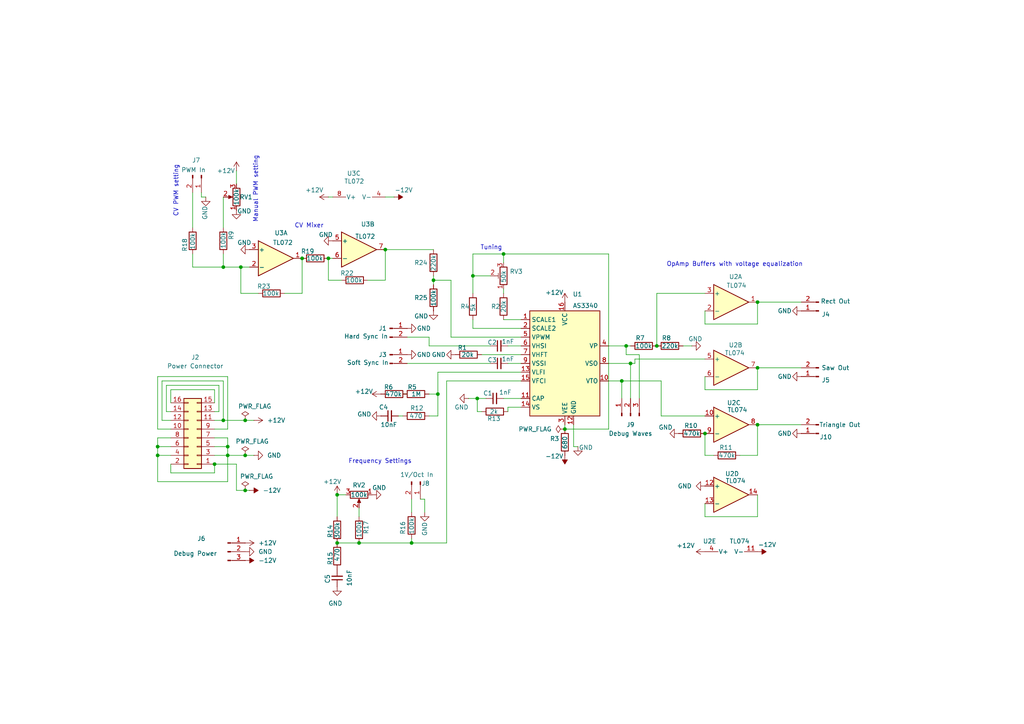
<source format=kicad_sch>
(kicad_sch (version 20231120) (generator "eeschema") (generator_version "8.0")
  (paper "A4")
  (title_block (title "Fusion Core VCO") (date "2024-03-08") (rev "1"))
  (lib_symbols
    (symbol "Amplifier_Operational:TL072" (pin_names (offset 0.127))
      (property "Reference" "U" (at 0 5.08 0))
      (property "Value" "TL072" (at 0 -5.08 0))
      (symbol "TL072_1_1"
        (polyline (pts (xy -5.08 5.08) (xy 5.08 0) (xy -5.08 -5.08) (xy -5.08 5.08)) (stroke (width 0.254)) (fill (type background)))
        (pin output line (at 7.62 0 180) (length 2.54) (name "~") (number "1"))
        (pin input line (at -7.62 -2.54 0) (length 2.54) (name "-") (number "2"))
        (pin input line (at -7.62 2.54 0) (length 2.54) (name "+") (number "3"))
      )
      (symbol "TL072_2_1"
        (polyline (pts (xy -5.08 5.08) (xy 5.08 0) (xy -5.08 -5.08) (xy -5.08 5.08)) (stroke (width 0.254)) (fill (type background)))
        (pin input line (at -7.62 2.54 0) (length 2.54) (name "+") (number "5"))
        (pin input line (at -7.62 -2.54 0) (length 2.54) (name "-") (number "6"))
        (pin output line (at 7.62 0 180) (length 2.54) (name "~") (number "7"))
      )
      (symbol "TL072_3_1"
        (pin power_in line (at -2.54 -7.62 90) (length 3.81) (name "V-") (number "4"))
        (pin power_in line (at -2.54 7.62 270) (length 3.81) (name "V+") (number "8"))
      )
    )
    (symbol "Amplifier_Operational:TL074" (pin_names (offset 0.127))
      (property "Reference" "U" (at 0 5.08 0))
      (property "Value" "TL074" (at 0 -5.08 0))
      (symbol "TL074_1_1"
        (polyline (pts (xy -5.08 5.08) (xy 5.08 0) (xy -5.08 -5.08) (xy -5.08 5.08)) (stroke (width 0.254)) (fill (type background)))
        (pin output line (at 7.62 0 180) (length 2.54) (name "~") (number "1"))
        (pin input line (at -7.62 -2.54 0) (length 2.54) (name "-") (number "2"))
        (pin input line (at -7.62 2.54 0) (length 2.54) (name "+") (number "3"))
      )
      (symbol "TL074_2_1"
        (polyline (pts (xy -5.08 5.08) (xy 5.08 0) (xy -5.08 -5.08) (xy -5.08 5.08)) (stroke (width 0.254)) (fill (type background)))
        (pin input line (at -7.62 2.54 0) (length 2.54) (name "+") (number "5"))
        (pin input line (at -7.62 -2.54 0) (length 2.54) (name "-") (number "6"))
        (pin output line (at 7.62 0 180) (length 2.54) (name "~") (number "7"))
      )
      (symbol "TL074_3_1"
        (polyline (pts (xy -5.08 5.08) (xy 5.08 0) (xy -5.08 -5.08) (xy -5.08 5.08)) (stroke (width 0.254)) (fill (type background)))
        (pin input line (at -7.62 2.54 0) (length 2.54) (name "+") (number "10"))
        (pin output line (at 7.62 0 180) (length 2.54) (name "~") (number "8"))
        (pin input line (at -7.62 -2.54 0) (length 2.54) (name "-") (number "9"))
      )
      (symbol "TL074_4_1"
        (polyline (pts (xy -5.08 5.08) (xy 5.08 0) (xy -5.08 -5.08) (xy -5.08 5.08)) (stroke (width 0.254)) (fill (type background)))
        (pin input line (at -7.62 2.54 0) (length 2.54) (name "+") (number "12"))
        (pin input line (at -7.62 -2.54 0) (length 2.54) (name "-") (number "13"))
        (pin output line (at 7.62 0 180) (length 2.54) (name "~") (number "14"))
      )
      (symbol "TL074_5_1"
        (pin power_in line (at -2.54 -7.62 90) (length 3.81) (name "V-") (number "11"))
        (pin power_in line (at -2.54 7.62 270) (length 3.81) (name "V+") (number "4"))
      )
    )
    (symbol "Audio:AS3340"
      (property "Reference" "U" (at -5.08 17.78 0))
      (property "Value" "AS3340" (at 5.08 17.78 0))
      (symbol "AS3340_0_1"
        (rectangle (start -10.16 15.24) (end 10.16 -15.24) (stroke (width 0.254)) (fill (type background)))
      )
      (symbol "AS3340_1_1"
        (pin input line (at -12.7 12.7 0) (length 2.54) (name "SCALE1") (number "1"))
        (pin output line (at 12.7 -5.08 180) (length 2.54) (name "VTO") (number "10"))
        (pin passive line (at -12.7 -10.16 0) (length 2.54) (name "CAP") (number "11"))
        (pin power_in line (at 2.54 -17.78 90) (length 2.54) (name "GND") (number "12"))
        (pin input line (at -12.7 -2.54 0) (length 2.54) (name "VLFI") (number "13"))
        (pin passive line (at -12.7 -12.7 0) (length 2.54) (name "VS") (number "14"))
        (pin input line (at -12.7 -5.08 0) (length 2.54) (name "VFCI") (number "15"))
        (pin power_in line (at 0 17.78 270) (length 2.54) (name "VCC") (number "16"))
        (pin input line (at -12.7 10.16 0) (length 2.54) (name "SCALE2") (number "2"))
        (pin power_in line (at 0 -17.78 90) (length 2.54) (name "VEE") (number "3"))
        (pin output line (at 12.7 5.08 180) (length 2.54) (name "VP") (number "4"))
        (pin input line (at -12.7 7.62 0) (length 2.54) (name "VPWM") (number "5"))
        (pin input line (at -12.7 5.08 0) (length 2.54) (name "VHSI") (number "6"))
        (pin input line (at -12.7 2.54 0) (length 2.54) (name "VHFT") (number "7"))
        (pin output line (at 12.7 0 180) (length 2.54) (name "VSO") (number "8"))
        (pin input line (at -12.7 0 0) (length 2.54) (name "VSSI") (number "9"))
      )
    )
    (symbol "Connector:Conn_01x02_Pin" (pin_names (offset 1.016) hide)
      (property "Reference" "J" (at 0 2.54 0))
      (property "Value" "Conn_01x02_Pin" (at 0 -5.08 0))
      (symbol "Conn_01x02_Pin_1_1"
        (polyline (pts (xy 1.27 -2.54) (xy 0.8636 -2.54)) (stroke (width 0.1524)))
        (polyline (pts (xy 1.27 0) (xy 0.8636 0)) (stroke (width 0.1524)))
        (rectangle (start 0.8636 -2.413) (end 0 -2.667) (stroke (width 0.1524)) (fill (type outline)))
        (rectangle (start 0.8636 0.127) (end 0 -0.127) (stroke (width 0.1524)) (fill (type outline)))
        (pin passive line (at 5.08 0 180) (length 3.81) (name "Pin_1") (number "1"))
        (pin passive line (at 5.08 -2.54 180) (length 3.81) (name "Pin_2") (number "2"))
      )
    )
    (symbol "Connector:Conn_01x03_Pin" (pin_names (offset 1.016) hide)
      (property "Reference" "J" (at 0 5.08 0))
      (property "Value" "Conn_01x03_Pin" (at 0 -5.08 0))
      (symbol "Conn_01x03_Pin_1_1"
        (polyline (pts (xy 1.27 -2.54) (xy 0.8636 -2.54)) (stroke (width 0.1524)))
        (polyline (pts (xy 1.27 0) (xy 0.8636 0)) (stroke (width 0.1524)))
        (polyline (pts (xy 1.27 2.54) (xy 0.8636 2.54)) (stroke (width 0.1524)))
        (rectangle (start 0.8636 -2.413) (end 0 -2.667) (stroke (width 0.1524)) (fill (type outline)))
        (rectangle (start 0.8636 0.127) (end 0 -0.127) (stroke (width 0.1524)) (fill (type outline)))
        (rectangle (start 0.8636 2.667) (end 0 2.413) (stroke (width 0.1524)) (fill (type outline)))
        (pin passive line (at 5.08 2.54 180) (length 3.81) (name "Pin_1") (number "1"))
        (pin passive line (at 5.08 0 180) (length 3.81) (name "Pin_2") (number "2"))
        (pin passive line (at 5.08 -2.54 180) (length 3.81) (name "Pin_3") (number "3"))
      )
    )
    (symbol "Connector_Generic:Conn_02x08_Odd_Even" (pin_names (offset 1.016) hide)
      (property "Reference" "J" (at 1.27 10.16 0))
      (property "Value" "Conn_02x08_Odd_Even" (at 1.27 -12.7 0))
      (symbol "Conn_02x08_Odd_Even_1_1"
        (rectangle (start -1.27 -10.033) (end 0 -10.287) (stroke (width 0.1524)))
        (rectangle (start -1.27 -7.493) (end 0 -7.747) (stroke (width 0.1524)))
        (rectangle (start -1.27 -4.953) (end 0 -5.207) (stroke (width 0.1524)))
        (rectangle (start -1.27 -2.413) (end 0 -2.667) (stroke (width 0.1524)))
        (rectangle (start -1.27 0.127) (end 0 -0.127) (stroke (width 0.1524)))
        (rectangle (start -1.27 2.667) (end 0 2.413) (stroke (width 0.1524)))
        (rectangle (start -1.27 5.207) (end 0 4.953) (stroke (width 0.1524)))
        (rectangle (start -1.27 7.747) (end 0 7.493) (stroke (width 0.1524)))
        (rectangle (start -1.27 8.89) (end 3.81 -11.43) (stroke (width 0.254)) (fill (type background)))
        (rectangle (start 3.81 -10.033) (end 2.54 -10.287) (stroke (width 0.1524)))
        (rectangle (start 3.81 -7.493) (end 2.54 -7.747) (stroke (width 0.1524)))
        (rectangle (start 3.81 -4.953) (end 2.54 -5.207) (stroke (width 0.1524)))
        (rectangle (start 3.81 -2.413) (end 2.54 -2.667) (stroke (width 0.1524)))
        (rectangle (start 3.81 0.127) (end 2.54 -0.127) (stroke (width 0.1524)))
        (rectangle (start 3.81 2.667) (end 2.54 2.413) (stroke (width 0.1524)))
        (rectangle (start 3.81 5.207) (end 2.54 4.953) (stroke (width 0.1524)))
        (rectangle (start 3.81 7.747) (end 2.54 7.493) (stroke (width 0.1524)))
        (pin passive line (at -5.08 7.62 0) (length 3.81) (name "Pin_1") (number "1"))
        (pin passive line (at 7.62 -2.54 180) (length 3.81) (name "Pin_10") (number "10"))
        (pin passive line (at -5.08 -5.08 0) (length 3.81) (name "Pin_11") (number "11"))
        (pin passive line (at 7.62 -5.08 180) (length 3.81) (name "Pin_12") (number "12"))
        (pin passive line (at -5.08 -7.62 0) (length 3.81) (name "Pin_13") (number "13"))
        (pin passive line (at 7.62 -7.62 180) (length 3.81) (name "Pin_14") (number "14"))
        (pin passive line (at -5.08 -10.16 0) (length 3.81) (name "Pin_15") (number "15"))
        (pin passive line (at 7.62 -10.16 180) (length 3.81) (name "Pin_16") (number "16"))
        (pin passive line (at 7.62 7.62 180) (length 3.81) (name "Pin_2") (number "2"))
        (pin passive line (at -5.08 5.08 0) (length 3.81) (name "Pin_3") (number "3"))
        (pin passive line (at 7.62 5.08 180) (length 3.81) (name "Pin_4") (number "4"))
        (pin passive line (at -5.08 2.54 0) (length 3.81) (name "Pin_5") (number "5"))
        (pin passive line (at 7.62 2.54 180) (length 3.81) (name "Pin_6") (number "6"))
        (pin passive line (at -5.08 0 0) (length 3.81) (name "Pin_7") (number "7"))
        (pin passive line (at 7.62 0 180) (length 3.81) (name "Pin_8") (number "8"))
        (pin passive line (at -5.08 -2.54 0) (length 3.81) (name "Pin_9") (number "9"))
      )
    )
    (symbol "Device:C_Small" (pin_numbers hide) (pin_names (offset 0.254) hide)
      (property "Reference" "C" (at 0.254 1.778 0))
      (property "Value" "C_Small" (at 0.254 -2.032 0))
      (symbol "C_Small_0_1"
        (polyline (pts (xy -1.524 -0.508) (xy 1.524 -0.508)) (stroke (width 0.3302)))
        (polyline (pts (xy -1.524 0.508) (xy 1.524 0.508)) (stroke (width 0.3048)))
      )
      (symbol "C_Small_1_1"
        (pin passive line (at 0 2.54 270) (length 2.032) (name "~") (number "1"))
        (pin passive line (at 0 -2.54 90) (length 2.032) (name "~") (number "2"))
      )
    )
    (symbol "Device:R" (pin_numbers hide) (pin_names (offset 0))
      (property "Reference" "R" (at 2.032 0 90))
      (property "Value" "R" (at 0 0 90))
      (symbol "R_0_1"
        (rectangle (start -1.016 -2.54) (end 1.016 2.54) (stroke (width 0.254)))
      )
      (symbol "R_1_1"
        (pin passive line (at 0 3.81 270) (length 1.27) (name "~") (number "1"))
        (pin passive line (at 0 -3.81 90) (length 1.27) (name "~") (number "2"))
      )
    )
    (symbol "Device:R_Potentiometer" (pin_names (offset 1.016) hide)
      (property "Reference" "RV" (at -4.445 0 90))
      (property "Value" "R_Potentiometer" (at -2.54 0 90))
      (symbol "R_Potentiometer_0_1"
        (polyline (pts (xy 2.54 0) (xy 1.524 0)))
        (polyline (pts (xy 1.143 0) (xy 2.286 0.508) (xy 2.286 -0.508) (xy 1.143 0)) (fill (type outline)))
        (rectangle (start 1.016 2.54) (end -1.016 -2.54) (stroke (width 0.254)))
      )
      (symbol "R_Potentiometer_1_1"
        (pin passive line (at 0 3.81 270) (length 1.27) (name "1") (number "1"))
        (pin passive line (at 3.81 0 180) (length 1.27) (name "2") (number "2"))
        (pin passive line (at 0 -3.81 90) (length 1.27) (name "3") (number "3"))
      )
    )
    (symbol "Device:R_Potentiometer_Trim" (pin_names (offset 1.016) hide)
      (property "Reference" "RV" (at -4.445 0 90))
      (property "Value" "R_Potentiometer_Trim" (at -2.54 0 90))
      (symbol "R_Potentiometer_Trim_0_1"
        (polyline (pts (xy 1.524 0.762) (xy 1.524 -0.762)))
        (polyline (pts (xy 2.54 0) (xy 1.524 0)))
        (rectangle (start 1.016 2.54) (end -1.016 -2.54) (stroke (width 0.254)))
      )
      (symbol "R_Potentiometer_Trim_1_1"
        (pin passive line (at 0 3.81 270) (length 1.27) (name "1") (number "1"))
        (pin passive line (at 3.81 0 180) (length 1.27) (name "2") (number "2"))
        (pin passive line (at 0 -3.81 90) (length 1.27) (name "3") (number "3"))
      )
    )
    (symbol "power:+12V" (power) (pin_numbers hide) (pin_names (offset 0) hide)
      (property "Value" "+12V" (at 0 3.556 0))
      (symbol "+12V_0_1"
        (polyline (pts (xy -0.762 1.27) (xy 0 2.54)))
        (polyline (pts (xy 0 0) (xy 0 2.54)))
        (polyline (pts (xy 0 2.54) (xy 0.762 1.27)))
      )
      (symbol "+12V_1_1"
        (pin power_in line (at 0 0 90) (length 0) (name "~") (number "1"))
      )
    )
    (symbol "power:-12V" (power) (pin_numbers hide) (pin_names (offset 0) hide)
      (property "Value" "-12V" (at 0 3.556 0))
      (symbol "-12V_0_0"
        (pin power_in line (at 0 0 90) (length 0) (name "~") (number "1"))
      )
      (symbol "-12V_0_1"
        (polyline (pts (xy 0 0) (xy 0 1.27) (xy 0.762 1.27) (xy 0 2.54) (xy -0.762 1.27) (xy 0 1.27)) (fill (type outline)))
      )
    )
    (symbol "power:GND" (power) (pin_numbers hide) (pin_names (offset 0) hide)
      (property "Value" "GND" (at 0 -3.81 0))
      (symbol "GND_0_1"
        (polyline (pts (xy 0 0) (xy 0 -1.27) (xy 1.27 -1.27) (xy 0 -2.54) (xy -1.27 -1.27) (xy 0 -1.27)))
      )
      (symbol "GND_1_1"
        (pin power_in line (at 0 0 270) (length 0) (name "~") (number "1"))
      )
    )
    (symbol "power:PWR_FLAG" (power) (pin_numbers hide) (pin_names (offset 0) hide)
      (property "Value" "PWR_FLAG" (at 0 3.81 0))
      (symbol "PWR_FLAG_0_0"
        (pin power_out line (at 0 0 90) (length 0) (name "~") (number "1"))
      )
      (symbol "PWR_FLAG_0_1"
        (polyline (pts (xy 0 0) (xy 0 1.27) (xy -1.016 1.905) (xy 0 2.54) (xy 1.016 1.905) (xy 0 1.27)))
      )
    )
  )
  (junction (at 62.23 134.62))
  (junction (at 146.05 73.66))
  (junction (at 71.12 132.08))
  (junction (at 180.34 110.49))
  (junction (at 69.85 77.47))
  (junction (at 111.76 72.39))
  (junction (at 219.71 123.19))
  (junction (at 181.61 100.33))
  (junction (at 163.83 124.46))
  (junction (at 97.79 143.51))
  (junction (at 66.04 132.08))
  (junction (at 71.12 142.24))
  (junction (at 64.77 77.47))
  (junction (at 119.38 157.48))
  (junction (at 87.63 74.93))
  (junction (at 190.5 100.33))
  (junction (at 64.77 121.92))
  (junction (at 45.72 129.54))
  (junction (at 66.04 129.54))
  (junction (at 95.25 74.93))
  (junction (at 182.88 105.41))
  (junction (at 138.43 115.57))
  (junction (at 204.47 125.73))
  (junction (at 219.71 106.68))
  (junction (at 104.14 157.48))
  (junction (at 125.73 81.28))
  (junction (at 137.16 80.01))
  (junction (at 127 114.3))
  (junction (at 71.12 121.92))
  (junction (at 97.79 157.48))
  (junction (at 45.72 132.08))
  (junction (at 219.71 87.63))
  (wire (pts (xy 58.42 57.15) (xy 59.69 57.15)))
  (wire (pts (xy 49.53 137.16) (xy 49.53 134.62)))
  (wire (pts (xy 135.89 115.57) (xy 138.43 115.57)))
  (wire (pts (xy 111.76 81.28) (xy 111.76 72.39)))
  (wire (pts (xy 106.68 81.28) (xy 111.76 81.28)))
  (wire (pts (xy 66.04 127) (xy 66.04 129.54)))
  (wire (pts (xy 146.05 83.82) (xy 146.05 85.09)))
  (wire (pts (xy 66.04 127) (xy 62.23 127)))
  (wire (pts (xy 176.53 73.66) (xy 176.53 124.46)))
  (wire (pts (xy 219.71 93.98) (xy 219.71 87.63)))
  (wire (pts (xy 129.54 110.49) (xy 129.54 157.48)))
  (wire (pts (xy 62.23 129.54) (xy 66.04 129.54)))
  (wire (pts (xy 62.23 132.08) (xy 66.04 132.08)))
  (wire (pts (xy 82.55 85.09) (xy 87.63 85.09)))
  (wire (pts (xy 87.63 85.09) (xy 87.63 74.93)))
  (wire (pts (xy 204.47 113.03) (xy 219.71 113.03)))
  (wire (pts (xy 68.58 49.53) (xy 68.58 53.34)))
  (wire (pts (xy 64.77 73.66) (xy 64.77 77.47)))
  (wire (pts (xy 66.04 109.22) (xy 45.72 109.22)))
  (wire (pts (xy 119.38 156.21) (xy 119.38 157.48)))
  (wire (pts (xy 180.34 110.49) (xy 191.77 110.49)))
  (wire (pts (xy 190.5 85.09) (xy 204.47 85.09)))
  (wire (pts (xy 118.11 114.3) (xy 116.84 114.3)))
  (wire (pts (xy 71.12 142.24) (xy 72.39 142.24)))
  (wire (pts (xy 62.23 121.92) (xy 64.77 121.92)))
  (wire (pts (xy 204.47 132.08) (xy 207.01 132.08)))
  (wire (pts (xy 137.16 80.01) (xy 137.16 85.09)))
  (wire (pts (xy 147.32 100.33) (xy 151.13 100.33)))
  (wire (pts (xy 130.81 97.79) (xy 151.13 97.79)))
  (wire (pts (xy 46.99 110.49) (xy 46.99 121.92)))
  (wire (pts (xy 137.16 92.71) (xy 137.16 95.25)))
  (wire (pts (xy 138.43 115.57) (xy 138.43 119.38)))
  (wire (pts (xy 68.58 142.24) (xy 68.58 134.62)))
  (wire (pts (xy 182.88 105.41) (xy 184.15 105.41)))
  (wire (pts (xy 123.19 144.78) (xy 121.92 144.78)))
  (wire (pts (xy 191.77 120.65) (xy 204.47 120.65)))
  (wire (pts (xy 176.53 110.49) (xy 180.34 110.49)))
  (wire (pts (xy 49.53 127) (xy 45.72 127)))
  (wire (pts (xy 69.85 77.47) (xy 72.39 77.47)))
  (wire (pts (xy 62.23 137.16) (xy 49.53 137.16)))
  (wire (pts (xy 204.47 90.17) (xy 204.47 93.98)))
  (wire (pts (xy 55.88 77.47) (xy 64.77 77.47)))
  (wire (pts (xy 104.14 147.32) (xy 104.14 149.86)))
  (wire (pts (xy 45.72 129.54) (xy 49.53 129.54)))
  (wire (pts (xy 147.32 118.11) (xy 147.32 119.38)))
  (wire (pts (xy 95.25 57.15) (xy 96.52 57.15)))
  (wire (pts (xy 204.47 146.05) (xy 204.47 149.86)))
  (wire (pts (xy 146.05 73.66) (xy 146.05 76.2)))
  (wire (pts (xy 63.5 111.76) (xy 63.5 119.38)))
  (wire (pts (xy 146.05 115.57) (xy 151.13 115.57)))
  (wire (pts (xy 142.24 100.33) (xy 124.46 100.33)))
  (wire (pts (xy 115.57 120.65) (xy 116.84 120.65)))
  (wire (pts (xy 119.38 144.78) (xy 119.38 148.59)))
  (wire (pts (xy 163.83 124.46) (xy 176.53 124.46)))
  (wire (pts (xy 167.64 129.54) (xy 166.37 129.54)))
  (wire (pts (xy 185.42 115.57) (xy 185.42 102.87)))
  (wire (pts (xy 125.73 81.28) (xy 125.73 80.01)))
  (wire (pts (xy 58.42 55.88) (xy 58.42 57.15)))
  (wire (pts (xy 129.54 110.49) (xy 151.13 110.49)))
  (wire (pts (xy 64.77 57.15) (xy 64.77 66.04)))
  (wire (pts (xy 190.5 100.33) (xy 190.5 85.09)))
  (wire (pts (xy 64.77 121.92) (xy 71.12 121.92)))
  (wire (pts (xy 219.71 123.19) (xy 232.41 123.19)))
  (wire (pts (xy 127 114.3) (xy 127 120.65)))
  (wire (pts (xy 45.72 127) (xy 45.72 129.54)))
  (wire (pts (xy 180.34 110.49) (xy 180.34 115.57)))
  (wire (pts (xy 62.23 113.03) (xy 62.23 116.84)))
  (wire (pts (xy 191.77 110.49) (xy 191.77 120.65)))
  (wire (pts (xy 68.58 142.24) (xy 71.12 142.24)))
  (wire (pts (xy 45.72 109.22) (xy 45.72 124.46)))
  (wire (pts (xy 219.71 113.03) (xy 219.71 106.68)))
  (wire (pts (xy 163.83 124.46) (xy 163.83 123.19)))
  (wire (pts (xy 45.72 139.7) (xy 66.04 139.7)))
  (wire (pts (xy 130.81 81.28) (xy 130.81 97.79)))
  (wire (pts (xy 204.47 109.22) (xy 204.47 113.03)))
  (wire (pts (xy 138.43 119.38) (xy 139.7 119.38)))
  (wire (pts (xy 114.3 57.15) (xy 111.76 57.15)))
  (wire (pts (xy 118.11 105.41) (xy 142.24 105.41)))
  (wire (pts (xy 118.11 97.79) (xy 124.46 97.79)))
  (wire (pts (xy 137.16 73.66) (xy 146.05 73.66)))
  (wire (pts (xy 66.04 124.46) (xy 66.04 109.22)))
  (wire (pts (xy 138.43 115.57) (xy 140.97 115.57)))
  (wire (pts (xy 97.79 143.51) (xy 100.33 143.51)))
  (wire (pts (xy 127 120.65) (xy 124.46 120.65)))
  (wire (pts (xy 127 107.95) (xy 151.13 107.95)))
  (wire (pts (xy 181.61 100.33) (xy 176.53 100.33)))
  (wire (pts (xy 55.88 55.88) (xy 55.88 66.04)))
  (wire (pts (xy 45.72 132.08) (xy 45.72 139.7)))
  (wire (pts (xy 97.79 157.48) (xy 104.14 157.48)))
  (wire (pts (xy 219.71 123.19) (xy 219.71 132.08)))
  (wire (pts (xy 49.53 116.84) (xy 49.53 113.03)))
  (wire (pts (xy 125.73 81.28) (xy 130.81 81.28)))
  (wire (pts (xy 176.53 105.41) (xy 182.88 105.41)))
  (wire (pts (xy 124.46 97.79) (xy 124.46 100.33)))
  (wire (pts (xy 64.77 110.49) (xy 64.77 121.92)))
  (wire (pts (xy 147.32 118.11) (xy 151.13 118.11)))
  (wire (pts (xy 181.61 102.87) (xy 181.61 100.33)))
  (wire (pts (xy 66.04 132.08) (xy 71.12 132.08)))
  (wire (pts (xy 204.47 125.73) (xy 204.47 132.08)))
  (wire (pts (xy 64.77 77.47) (xy 69.85 77.47)))
  (wire (pts (xy 184.15 104.14) (xy 204.47 104.14)))
  (wire (pts (xy 95.25 81.28) (xy 99.06 81.28)))
  (wire (pts (xy 127 107.95) (xy 127 114.3)))
  (wire (pts (xy 182.88 105.41) (xy 182.88 115.57)))
  (wire (pts (xy 46.99 121.92) (xy 49.53 121.92)))
  (wire (pts (xy 69.85 85.09) (xy 74.93 85.09)))
  (wire (pts (xy 55.88 73.66) (xy 55.88 77.47)))
  (wire (pts (xy 204.47 93.98) (xy 219.71 93.98)))
  (wire (pts (xy 182.88 100.33) (xy 181.61 100.33)))
  (wire (pts (xy 45.72 124.46) (xy 49.53 124.46)))
  (wire (pts (xy 151.13 105.41) (xy 147.32 105.41)))
  (wire (pts (xy 125.73 82.55) (xy 125.73 81.28)))
  (wire (pts (xy 200.66 100.33) (xy 198.12 100.33)))
  (wire (pts (xy 111.76 72.39) (xy 125.73 72.39)))
  (wire (pts (xy 185.42 102.87) (xy 181.61 102.87)))
  (wire (pts (xy 142.24 80.01) (xy 137.16 80.01)))
  (wire (pts (xy 184.15 105.41) (xy 184.15 104.14)))
  (wire (pts (xy 139.7 102.87) (xy 151.13 102.87)))
  (wire (pts (xy 219.71 149.86) (xy 219.71 143.51)))
  (wire (pts (xy 95.25 74.93) (xy 95.25 81.28)))
  (wire (pts (xy 64.77 110.49) (xy 46.99 110.49)))
  (wire (pts (xy 62.23 134.62) (xy 62.23 137.16)))
  (wire (pts (xy 49.53 119.38) (xy 48.26 119.38)))
  (wire (pts (xy 119.38 157.48) (xy 129.54 157.48)))
  (wire (pts (xy 123.19 144.78) (xy 123.19 148.59)))
  (wire (pts (xy 97.79 143.51) (xy 97.79 149.86)))
  (wire (pts (xy 219.71 106.68) (xy 232.41 106.68)))
  (wire (pts (xy 49.53 113.03) (xy 62.23 113.03)))
  (wire (pts (xy 63.5 119.38) (xy 62.23 119.38)))
  (wire (pts (xy 48.26 111.76) (xy 63.5 111.76)))
  (wire (pts (xy 146.05 73.66) (xy 176.53 73.66)))
  (wire (pts (xy 68.58 134.62) (xy 62.23 134.62)))
  (wire (pts (xy 137.16 95.25) (xy 151.13 95.25)))
  (wire (pts (xy 104.14 157.48) (xy 119.38 157.48)))
  (wire (pts (xy 214.63 132.08) (xy 219.71 132.08)))
  (wire (pts (xy 146.05 92.71) (xy 151.13 92.71)))
  (wire (pts (xy 204.47 149.86) (xy 219.71 149.86)))
  (wire (pts (xy 95.25 74.93) (xy 96.52 74.93)))
  (wire (pts (xy 66.04 139.7) (xy 66.04 132.08)))
  (wire (pts (xy 166.37 129.54) (xy 166.37 123.19)))
  (wire (pts (xy 219.71 87.63) (xy 232.41 87.63)))
  (wire (pts (xy 124.46 114.3) (xy 127 114.3)))
  (wire (pts (xy 45.72 132.08) (xy 49.53 132.08)))
  (wire (pts (xy 69.85 77.47) (xy 69.85 85.09)))
  (wire (pts (xy 62.23 124.46) (xy 66.04 124.46)))
  (wire (pts (xy 137.16 73.66) (xy 137.16 80.01)))
  (wire (pts (xy 71.12 132.08) (xy 73.66 132.08)))
  (wire (pts (xy 66.04 132.08) (xy 66.04 129.54)))
  (wire (pts (xy 45.72 129.54) (xy 45.72 132.08)))
  (wire (pts (xy 48.26 119.38) (xy 48.26 111.76)))
  (wire (pts (xy 71.12 121.92) (xy 73.66 121.92)))
  (text "Tuning\n" (at 142.494 71.882 0) (effects (font (size 1.27 1.27))))
  (text "OpAmp Buffers with voltage equalization" (at 213.106 76.708 0) (effects (font (size 1.27 1.27))))
  (text "CV PWM setting\n" (at 51.054 55.372 90) (effects (font (size 1.27 1.27))))
  (text "Manual PWM setting\n" (at 74.168 54.864 90) (effects (font (size 1.27 1.27))))
  (text "Frequency Settings" (at 110.236 133.858 0) (effects (font (size 1.27 1.27))))
  (text "CV Mixer" (at 89.662 65.532 0) (effects (font (size 1.27 1.27))))
  (symbol (lib_id "Connector:Conn_01x02_Pin") (at 113.03 95.25 0) (unit 1)
    (property "Reference" "J1" (at 110.998 95.25 0))
    (property "Value" "Hard Sync In" (at 106.172 97.536 0))
    (property "Footprint" "Connector_PinHeader_2.54mm:PinHeader_1x02_P2.54mm_Vertical" (effects (hide yes)))
    (property "Description" "Generic connector, single row, 01x02, script generated" (effects (hide yes)))
  )
  (symbol (lib_id "Device:R") (at 78.74 85.09 90) (unit 1)
    (property "Reference" "R23" (at 78.486 83.058 90) (effects (justify left)))
    (property "Value" "100k" (at 81.026 85.09 90) (effects (justify left)))
    (property "Footprint" "Resistor_THT:R_Axial_DIN0207_L6.3mm_D2.5mm_P7.62mm_Horizontal" (effects (hide yes)))
    (property "Description" "Resistor" (effects (hide yes)))
  )
  (symbol (lib_id "power:GND") (at 107.95 143.51 90) (unit 1)
    (property "Reference" "#PWR017" (effects (hide yes)))
    (property "Value" "GND" (at 109.982 141.478 90))
    (property "Description" "Power symbol creates a global label with name \"GND\" , ground" (effects (hide yes)))
  )
  (symbol (lib_id "Connector_Generic:Conn_02x08_Odd_Even") (at 57.15 127 180) (unit 1)
    (property "Reference" "J2" (at 56.642 103.632 0))
    (property "Value" "Power Connector" (at 56.642 106.172 0))
    (property "Footprint" "Connector_IDC:IDC-Header_2x08_P2.54mm_Vertical" (effects (hide yes)))
    (property "Description" "Generic connector, double row, 02x08, odd/even pin numbering scheme (row 1 odd numbers, row 2 even numbers), script generated (kicad-library-utils/schlib/autogen/connector/)" (effects (hide yes)))
  )
  (symbol (lib_id "power:GND") (at 118.11 102.87 90) (unit 1)
    (property "Reference" "#PWR022" (effects (hide yes)))
    (property "Value" "GND" (at 122.936 102.87 90))
    (property "Description" "Power symbol creates a global label with name \"GND\" , ground" (effects (hide yes)))
  )
  (symbol (lib_id "Device:C_Small") (at 144.78 100.33 90) (unit 1)
    (property "Reference" "C2" (at 142.748 99.314 90))
    (property "Value" "1nF" (at 147.32 99.06 90))
    (property "Footprint" "Capacitor_THT:C_Disc_D4.3mm_W1.9mm_P5.00mm" (effects (hide yes)))
    (property "Description" "Unpolarized capacitor, small symbol" (effects (hide yes)))
  )
  (symbol (lib_id "Amplifier_Operational:TL072") (at 80.01 74.93 0) (unit 1)
    (property "Reference" "U3" (at 81.534 67.564 0))
    (property "Value" "TL072" (at 82.042 70.358 0))
    (property "Footprint" "Package_DIP:DIP-8_W7.62mm_Socket" (effects (hide yes)))
    (property "Datasheet" "http://www.ti.com/lit/ds/symlink/tl071.pdf" (effects (hide yes)))
    (property "Description" "Dual Low-Noise JFET-Input Operational Amplifiers, DIP-8/SOIC-8" (effects (hide yes)))
  )
  (symbol (lib_id "power:GND") (at 72.39 72.39 270) (unit 1)
    (property "Reference" "#PWR033" (effects (hide yes)))
    (property "Value" "GND" (at 70.866 70.358 90))
    (property "Description" "Power symbol creates a global label with name \"GND\" , ground" (effects (hide yes)))
  )
  (symbol (lib_id "Device:C_Small") (at 97.79 167.64 180) (unit 1)
    (property "Reference" "C5" (at 94.996 167.894 90))
    (property "Value" "10nF" (at 101.346 167.64 90))
    (property "Footprint" "Capacitor_THT:C_Disc_D4.3mm_W1.9mm_P5.00mm" (effects (hide yes)))
    (property "Description" "Unpolarized capacitor, small symbol" (effects (hide yes)))
  )
  (symbol (lib_id "Amplifier_Operational:TL074") (at 212.09 123.19 0) (unit 3)
    (property "Reference" "U2" (at 212.852 116.84 0))
    (property "Value" "TL074" (at 213.868 118.872 0))
    (property "Footprint" "Package_DIP:DIP-14_W7.62mm_Socket" (effects (hide yes)))
    (property "Datasheet" "http://www.ti.com/lit/ds/symlink/tl071.pdf" (effects (hide yes)))
    (property "Description" "Quad Low-Noise JFET-Input Operational Amplifiers, DIP-14/SOIC-14" (effects (hide yes)))
  )
  (symbol (lib_id "Device:R") (at 194.31 100.33 90) (unit 1)
    (property "Reference" "R8" (at 193.294 98.044 90))
    (property "Value" "220k" (at 194.31 100.33 90))
    (property "Footprint" "Resistor_THT:R_Axial_DIN0207_L6.3mm_D2.5mm_P7.62mm_Horizontal" (effects (hide yes)))
    (property "Description" "Resistor" (effects (hide yes)))
  )
  (symbol (lib_id "Connector:Conn_01x02_Pin") (at 58.42 50.8 270) (unit 1)
    (property "Reference" "J7" (at 56.896 46.482 90))
    (property "Value" "PWM In" (at 56.134 49.276 90))
    (property "Footprint" "Connector_PinHeader_2.54mm:PinHeader_1x02_P2.54mm_Vertical" (effects (hide yes)))
    (property "Description" "Generic connector, single row, 01x02, script generated" (effects (hide yes)))
  )
  (symbol (lib_id "Device:C_Small") (at 113.03 120.65 90) (unit 1)
    (property "Reference" "C4" (at 111.252 118.11 90))
    (property "Value" "10nF" (at 112.776 123.19 90))
    (property "Footprint" "Capacitor_THT:C_Disc_D4.3mm_W1.9mm_P5.00mm" (effects (hide yes)))
    (property "Description" "Unpolarized capacitor, small symbol" (effects (hide yes)))
  )
  (symbol (lib_id "power:-12V") (at 114.3 57.15 270) (unit 1)
    (property "Reference" "#PWR029" (effects (hide yes)))
    (property "Value" "-12V" (at 117.094 55.118 90))
    (property "Description" "Power symbol creates a global label with name \"-12V\"" (effects (hide yes)))
  )
  (symbol (lib_id "power:GND") (at 232.41 109.22 270) (unit 1)
    (property "Reference" "#PWR024" (effects (hide yes)))
    (property "Value" "GND" (at 227.584 109.22 90))
    (property "Description" "Power symbol creates a global label with name \"GND\" , ground" (effects (hide yes)))
  )
  (symbol (lib_id "power:GND") (at 97.79 170.18 0) (unit 1)
    (property "Reference" "#PWR015" (effects (hide yes)))
    (property "Value" "GND" (at 97.282 175.006 0))
    (property "Description" "Power symbol creates a global label with name \"GND\" , ground" (effects (hide yes)))
  )
  (symbol (lib_id "Connector:Conn_01x02_Pin") (at 121.92 139.7 270) (unit 1)
    (property "Reference" "J8" (at 123.444 140.208 90))
    (property "Value" "1V/Oct In" (at 120.904 137.668 90))
    (property "Footprint" "Connector_PinHeader_2.54mm:PinHeader_1x02_P2.54mm_Vertical" (effects (hide yes)))
    (property "Description" "Generic connector, single row, 01x02, script generated" (effects (hide yes)))
  )
  (symbol (lib_id "power:GND") (at 110.49 120.65 270) (unit 1)
    (property "Reference" "#PWR013" (effects (hide yes)))
    (property "Value" "GND" (at 105.664 120.142 90))
    (property "Description" "Power symbol creates a global label with name \"GND\" , ground" (effects (hide yes)))
  )
  (symbol (lib_id "power:GND") (at 71.12 160.02 90) (unit 1)
    (property "Reference" "#PWR031" (effects (hide yes)))
    (property "Value" "GND" (at 74.93 160.0199 90) (effects (justify right)))
    (property "Description" "Power symbol creates a global label with name \"GND\" , ground" (effects (hide yes)))
  )
  (symbol (lib_id "Connector:Conn_01x02_Pin") (at 237.49 90.17 180) (unit 1)
    (property "Reference" "J4" (at 239.522 91.186 0))
    (property "Value" "Rect Out" (at 242.316 87.376 0))
    (property "Footprint" "Connector_PinHeader_2.54mm:PinHeader_1x02_P2.54mm_Vertical" (effects (hide yes)))
    (property "Description" "Generic connector, single row, 01x02, script generated" (effects (hide yes)))
  )
  (symbol (lib_id "power:-12V") (at 72.39 142.24 270) (unit 1)
    (property "Reference" "#PWR016" (effects (hide yes)))
    (property "Value" "-12V" (at 76.2 142.2399 90) (effects (justify left)))
    (property "Description" "Power symbol creates a global label with name \"-12V\"" (effects (hide yes)))
  )
  (symbol (lib_id "Device:R") (at 114.3 114.3 90) (unit 1)
    (property "Reference" "R6" (at 114.046 112.268 90) (effects (justify left)))
    (property "Value" "470k" (at 116.586 114.3 90) (effects (justify left)))
    (property "Footprint" "Resistor_THT:R_Axial_DIN0207_L6.3mm_D2.5mm_P7.62mm_Horizontal" (effects (hide yes)))
    (property "Description" "Resistor" (effects (hide yes)))
  )
  (symbol (lib_id "power:GND") (at 135.89 115.57 270) (unit 1)
    (property "Reference" "#PWR012" (effects (hide yes)))
    (property "Value" "GND" (at 133.858 118.11 90))
    (property "Description" "Power symbol creates a global label with name \"GND\" , ground" (effects (hide yes)))
  )
  (symbol (lib_id "Device:R") (at 64.77 69.85 0) (unit 1)
    (property "Reference" "R9" (at 67.056 69.596 90) (effects (justify left)))
    (property "Value" "100k" (at 64.77 72.136 90) (effects (justify left)))
    (property "Footprint" "Resistor_THT:R_Axial_DIN0207_L6.3mm_D2.5mm_P7.62mm_Horizontal" (effects (hide yes)))
    (property "Description" "Resistor" (effects (hide yes)))
  )
  (symbol (lib_id "Device:R") (at 210.82 132.08 90) (unit 1)
    (property "Reference" "R11" (at 210.566 129.794 90))
    (property "Value" "470k" (at 210.82 132.08 90))
    (property "Footprint" "Resistor_THT:R_Axial_DIN0207_L6.3mm_D2.5mm_P7.62mm_Horizontal" (effects (hide yes)))
    (property "Description" "Resistor" (effects (hide yes)))
  )
  (symbol (lib_id "Device:R") (at 120.65 114.3 90) (unit 1)
    (property "Reference" "R5" (at 120.904 112.268 90) (effects (justify left)))
    (property "Value" "1M" (at 122.174 114.3 90) (effects (justify left)))
    (property "Footprint" "Resistor_THT:R_Axial_DIN0207_L6.3mm_D2.5mm_P7.62mm_Horizontal" (effects (hide yes)))
    (property "Description" "Resistor" (effects (hide yes)))
  )
  (symbol (lib_id "Device:R") (at 55.88 69.85 180) (unit 1)
    (property "Reference" "R18" (at 53.594 69.088 90) (effects (justify left)))
    (property "Value" "100k" (at 55.88 67.564 90) (effects (justify left)))
    (property "Footprint" "Resistor_THT:R_Axial_DIN0207_L6.3mm_D2.5mm_P7.62mm_Horizontal" (effects (hide yes)))
    (property "Description" "Resistor" (effects (hide yes)))
  )
  (symbol (lib_id "power:GND") (at 125.73 90.17 0) (unit 1)
    (property "Reference" "#PWR036" (effects (hide yes)))
    (property "Value" "GND" (at 122.174 91.694 0))
    (property "Description" "Power symbol creates a global label with name \"GND\" , ground" (effects (hide yes)))
  )
  (symbol (lib_id "power:+12V") (at 110.49 114.3 90) (unit 1)
    (property "Reference" "#PWR07" (effects (hide yes)))
    (property "Value" "+12V" (at 108.204 113.538 90) (effects (justify left)))
    (property "Description" "Power symbol creates a global label with name \"+12V\"" (effects (hide yes)))
  )
  (symbol (lib_id "Device:R") (at 119.38 152.4 180) (unit 1)
    (property "Reference" "R16" (at 116.84 151.13 90) (effects (justify left)))
    (property "Value" "100k" (at 119.38 150.114 90) (effects (justify left)))
    (property "Footprint" "Resistor_THT:R_Axial_DIN0207_L6.3mm_D2.5mm_P7.62mm_Horizontal" (effects (hide yes)))
    (property "Description" "Resistor" (effects (hide yes)))
  )
  (symbol (lib_id "Device:C_Small") (at 143.51 115.57 90) (unit 1)
    (property "Reference" "C1" (at 141.478 114.046 90))
    (property "Value" "1nF" (at 146.558 113.792 90))
    (property "Footprint" "Capacitor_THT:C_Disc_D14.5mm_W5.0mm_P10.00mm" (effects (hide yes)))
    (property "Description" "Unpolarized capacitor, small symbol" (effects (hide yes)))
  )
  (symbol (lib_id "Connector:Conn_01x02_Pin") (at 237.49 109.22 180) (unit 1)
    (property "Reference" "J5" (at 239.522 110.236 0))
    (property "Value" "Saw Out" (at 242.316 106.68 0))
    (property "Footprint" "Connector_PinHeader_2.54mm:PinHeader_1x02_P2.54mm_Vertical" (effects (hide yes)))
    (property "Description" "Generic connector, single row, 01x02, script generated" (effects (hide yes)))
  )
  (symbol (lib_id "power:GND") (at 204.47 140.97 270) (unit 1)
    (property "Reference" "#PWR01" (effects (hide yes)))
    (property "Value" "GND" (at 200.66 140.9699 90) (effects (justify right)))
    (property "Description" "Power symbol creates a global label with name \"GND\" , ground" (effects (hide yes)))
  )
  (symbol (lib_id "power:GND") (at 96.52 69.85 270) (unit 1)
    (property "Reference" "#PWR034" (effects (hide yes)))
    (property "Value" "GND" (at 94.488 68.072 90))
    (property "Description" "Power symbol creates a global label with name \"GND\" , ground" (effects (hide yes)))
  )
  (symbol (lib_id "power:+12V") (at 71.12 157.48 270) (unit 1)
    (property "Reference" "#PWR030" (effects (hide yes)))
    (property "Value" "+12V" (at 74.93 157.4799 90) (effects (justify left)))
    (property "Description" "Power symbol creates a global label with name \"+12V\"" (effects (hide yes)))
  )
  (symbol (lib_id "power:-12V") (at 219.71 160.02 270) (unit 1)
    (property "Reference" "#PWR05" (effects (hide yes)))
    (property "Value" "-12V" (at 222.504 157.988 90))
    (property "Description" "Power symbol creates a global label with name \"-12V\"" (effects (hide yes)))
  )
  (symbol (lib_id "power:+12V") (at 97.79 143.51 0) (unit 1)
    (property "Reference" "#PWR014" (effects (hide yes)))
    (property "Value" "+12V" (at 93.726 139.7 0) (effects (justify left)))
    (property "Description" "Power symbol creates a global label with name \"+12V\"" (effects (hide yes)))
  )
  (symbol (lib_id "power:GND") (at 132.08 102.87 270) (unit 1)
    (property "Reference" "#PWR019" (effects (hide yes)))
    (property "Value" "GND" (at 127.254 102.87 90))
    (property "Description" "Power symbol creates a global label with name \"GND\" , ground" (effects (hide yes)))
  )
  (symbol (lib_id "power:+12V") (at 204.47 160.02 90) (unit 1)
    (property "Reference" "#PWR06" (effects (hide yes)))
    (property "Value" "+12V" (at 198.882 158.242 90))
    (property "Description" "Power symbol creates a global label with name \"+12V\"" (effects (hide yes)))
  )
  (symbol (lib_id "Device:R") (at 125.73 76.2 0) (unit 1)
    (property "Reference" "R24" (at 120.142 76.2 0) (effects (justify left)))
    (property "Value" "220k" (at 125.73 78.74 90) (effects (justify left)))
    (property "Footprint" "Resistor_THT:R_Axial_DIN0207_L6.3mm_D2.5mm_P7.62mm_Horizontal" (effects (hide yes)))
    (property "Description" "Resistor" (effects (hide yes)))
  )
  (symbol (lib_id "power:GND") (at 200.66 100.33 90) (unit 1)
    (property "Reference" "#PWR08" (effects (hide yes)))
    (property "Value" "GND" (at 201.676 98.298 90))
    (property "Description" "Power symbol creates a global label with name \"GND\" , ground" (effects (hide yes)))
  )
  (symbol (lib_id "power:GND") (at 123.19 148.59 0) (unit 1)
    (property "Reference" "#PWR027" (effects (hide yes)))
    (property "Value" "GND" (at 123.19 153.416 90))
    (property "Description" "Power symbol creates a global label with name \"GND\" , ground" (effects (hide yes)))
  )
  (symbol (lib_id "power:+12V") (at 163.83 87.63 0) (unit 1)
    (property "Reference" "#PWR02" (effects (hide yes)))
    (property "Value" "+12V" (at 160.782 84.836 0))
    (property "Description" "Power symbol creates a global label with name \"+12V\"" (effects (hide yes)))
  )
  (symbol (lib_id "power:GND") (at 118.11 95.25 90) (unit 1)
    (property "Reference" "#PWR021" (effects (hide yes)))
    (property "Value" "GND" (at 122.936 95.25 90))
    (property "Description" "Power symbol creates a global label with name \"GND\" , ground" (effects (hide yes)))
  )
  (symbol (lib_id "Connector:Conn_01x03_Pin") (at 66.04 160.02 0) (unit 1)
    (property "Reference" "J6" (at 58.42 156.21 0))
    (property "Value" "Debug Power" (at 56.642 160.528 0))
    (property "Footprint" "Connector_PinHeader_2.54mm:PinHeader_1x03_P2.54mm_Vertical" (effects (hide yes)))
    (property "Description" "Generic connector, single row, 01x03, script generated" (effects (hide yes)))
  )
  (symbol (lib_id "Amplifier_Operational:TL074") (at 212.09 106.68 0) (unit 2)
    (property "Reference" "U2" (at 213.36 100.076 0))
    (property "Value" "TL074" (at 213.106 102.362 0))
    (property "Footprint" "Package_DIP:DIP-14_W7.62mm_Socket" (effects (hide yes)))
    (property "Datasheet" "http://www.ti.com/lit/ds/symlink/tl071.pdf" (effects (hide yes)))
    (property "Description" "Quad Low-Noise JFET-Input Operational Amplifiers, DIP-14/SOIC-14" (effects (hide yes)))
  )
  (symbol (lib_id "power:PWR_FLAG") (at 163.83 124.46 90) (unit 1)
    (property "Reference" "#FLG04" (effects (hide yes)))
    (property "Value" "PWR_FLAG" (at 160.02 124.4599 90) (effects (justify left)))
    (property "Description" "Special symbol for telling ERC where power comes from" (effects (hide yes)))
  )
  (symbol (lib_id "power:GND") (at 68.58 60.96 0) (unit 1)
    (property "Reference" "#PWR010" (effects (hide yes)))
    (property "Value" "GND" (at 70.866 61.214 0))
    (property "Description" "Power symbol creates a global label with name \"GND\" , ground" (effects (hide yes)))
  )
  (symbol (lib_id "Amplifier_Operational:TL072") (at 104.14 54.61 90) (unit 3)
    (property "Reference" "U3" (at 104.648 50.292 90) (effects (justify left)))
    (property "Value" "TL072" (at 105.664 52.578 90) (effects (justify left)))
    (property "Footprint" "Package_DIP:DIP-8_W7.62mm_Socket" (effects (hide yes)))
    (property "Datasheet" "http://www.ti.com/lit/ds/symlink/tl071.pdf" (effects (hide yes)))
    (property "Description" "Dual Low-Noise JFET-Input Operational Amplifiers, DIP-8/SOIC-8" (effects (hide yes)))
  )
  (symbol (lib_id "power:+12V") (at 95.25 57.15 90) (unit 1)
    (property "Reference" "#PWR028" (effects (hide yes)))
    (property "Value" "+12V" (at 91.186 55.118 90))
    (property "Description" "Power symbol creates a global label with name \"+12V\"" (effects (hide yes)))
  )
  (symbol (lib_id "power:-12V") (at 163.83 132.08 180) (unit 1)
    (property "Reference" "#PWR04" (effects (hide yes)))
    (property "Value" "-12V" (at 160.782 132.334 0))
    (property "Description" "Power symbol creates a global label with name \"-12V\"" (effects (hide yes)))
  )
  (symbol (lib_id "Connector:Conn_01x02_Pin") (at 113.03 102.87 0) (unit 1)
    (property "Reference" "J3" (at 110.998 102.87 0))
    (property "Value" "Soft Sync In" (at 106.68 105.156 0))
    (property "Footprint" "Connector_PinHeader_2.54mm:PinHeader_1x02_P2.54mm_Vertical" (effects (hide yes)))
    (property "Description" "Generic connector, single row, 01x02, script generated" (effects (hide yes)))
  )
  (symbol (lib_id "Device:R") (at 125.73 86.36 0) (unit 1)
    (property "Reference" "R25" (at 120.142 86.36 0) (effects (justify left)))
    (property "Value" "100k" (at 125.73 88.9 90) (effects (justify left)))
    (property "Footprint" "Resistor_THT:R_Axial_DIN0207_L6.3mm_D2.5mm_P7.62mm_Horizontal" (effects (hide yes)))
    (property "Description" "Resistor" (effects (hide yes)))
  )
  (symbol (lib_id "power:+12V") (at 73.66 121.92 270) (unit 1)
    (property "Reference" "#PWR020" (effects (hide yes)))
    (property "Value" "+12V" (at 77.47 121.9199 90) (effects (justify left)))
    (property "Description" "Power symbol creates a global label with name \"+12V\"" (effects (hide yes)))
  )
  (symbol (lib_id "Device:R") (at 200.66 125.73 90) (unit 1)
    (property "Reference" "R10" (at 200.406 123.444 90))
    (property "Value" "470k" (at 200.66 125.73 90))
    (property "Footprint" "Resistor_THT:R_Axial_DIN0207_L6.3mm_D2.5mm_P7.62mm_Horizontal" (effects (hide yes)))
    (property "Description" "Resistor" (effects (hide yes)))
  )
  (symbol (lib_id "Device:R") (at 137.16 88.9 180) (unit 1)
    (property "Reference" "R4" (at 134.874 88.9 0))
    (property "Value" "5k" (at 137.16 89.154 90))
    (property "Footprint" "Resistor_THT:R_Axial_DIN0207_L6.3mm_D2.5mm_P7.62mm_Horizontal" (effects (hide yes)))
    (property "Description" "Resistor" (effects (hide yes)))
  )
  (symbol (lib_id "Device:R") (at 102.87 81.28 90) (unit 1)
    (property "Reference" "R22" (at 102.616 79.248 90) (effects (justify left)))
    (property "Value" "100k" (at 105.156 81.28 90) (effects (justify left)))
    (property "Footprint" "Resistor_THT:R_Axial_DIN0207_L6.3mm_D2.5mm_P7.62mm_Horizontal" (effects (hide yes)))
    (property "Description" "Resistor" (effects (hide yes)))
  )
  (symbol (lib_id "Device:R") (at 143.51 119.38 90) (unit 1)
    (property "Reference" "R13" (at 143.256 121.412 90))
    (property "Value" "2k" (at 143.256 119.38 90))
    (property "Footprint" "Resistor_THT:R_Axial_DIN0207_L6.3mm_D2.5mm_P7.62mm_Horizontal" (effects (hide yes)))
    (property "Description" "Resistor" (effects (hide yes)))
  )
  (symbol (lib_id "Device:R") (at 97.79 153.67 180) (unit 1)
    (property "Reference" "R14" (at 95.758 152.146 90) (effects (justify left)))
    (property "Value" "300k" (at 97.79 151.384 90) (effects (justify left)))
    (property "Footprint" "Resistor_THT:R_Axial_DIN0207_L6.3mm_D2.5mm_P7.62mm_Horizontal" (effects (hide yes)))
    (property "Description" "Resistor" (effects (hide yes)))
  )
  (symbol (lib_id "power:GND") (at 73.66 132.08 90) (unit 1)
    (property "Reference" "#PWR018" (effects (hide yes)))
    (property "Value" "GND" (at 77.47 132.0799 90) (effects (justify right)))
    (property "Description" "Power symbol creates a global label with name \"GND\" , ground" (effects (hide yes)))
  )
  (symbol (lib_id "power:GND") (at 59.69 57.15 0) (unit 1)
    (property "Reference" "#PWR026" (effects (hide yes)))
    (property "Value" "GND" (at 59.436 61.722 90))
    (property "Description" "Power symbol creates a global label with name \"GND\" , ground" (effects (hide yes)))
  )
  (symbol (lib_id "Amplifier_Operational:TL074") (at 212.09 157.48 90) (unit 5)
    (property "Reference" "U2" (at 207.772 156.972 90) (effects (justify left)))
    (property "Value" "TL074" (at 217.424 156.972 90) (effects (justify left)))
    (property "Footprint" "Package_DIP:DIP-14_W7.62mm_Socket" (effects (hide yes)))
    (property "Datasheet" "http://www.ti.com/lit/ds/symlink/tl071.pdf" (effects (hide yes)))
    (property "Description" "Quad Low-Noise JFET-Input Operational Amplifiers, DIP-14/SOIC-14" (effects (hide yes)))
  )
  (symbol (lib_id "Device:R") (at 97.79 161.29 180) (unit 1)
    (property "Reference" "R15" (at 95.758 160.02 90) (effects (justify left)))
    (property "Value" "470" (at 97.79 159.004 90) (effects (justify left)))
    (property "Footprint" "Resistor_THT:R_Axial_DIN0207_L6.3mm_D2.5mm_P7.62mm_Horizontal" (effects (hide yes)))
    (property "Description" "Resistor" (effects (hide yes)))
  )
  (symbol (lib_id "power:PWR_FLAG") (at 71.12 132.08 0) (unit 1)
    (property "Reference" "#FLG02" (effects (hide yes)))
    (property "Value" "PWR_FLAG" (at 73.152 128.016 0))
    (property "Description" "Special symbol for telling ERC where power comes from" (effects (hide yes)))
  )
  (symbol (lib_id "power:PWR_FLAG") (at 71.12 121.92 0) (unit 1)
    (property "Reference" "#FLG01" (effects (hide yes)))
    (property "Value" "PWR_FLAG" (at 73.914 117.856 0))
    (property "Description" "Special symbol for telling ERC where power comes from" (effects (hide yes)))
  )
  (symbol (lib_id "Device:R") (at 186.69 100.33 90) (unit 1)
    (property "Reference" "R7" (at 185.674 98.044 90))
    (property "Value" "100k" (at 186.69 100.33 90))
    (property "Footprint" "Resistor_THT:R_Axial_DIN0207_L6.3mm_D2.5mm_P7.62mm_Horizontal" (effects (hide yes)))
    (property "Description" "Resistor" (effects (hide yes)))
  )
  (symbol (lib_id "Device:R_Potentiometer_Trim") (at 146.05 80.01 180) (unit 1)
    (property "Reference" "RV3" (at 147.828 78.74 0) (effects (justify right)))
    (property "Value" "50k" (at 146.05 82.042 90) (effects (justify right)))
    (property "Footprint" "Potentiometer_THT:Potentiometer_Bourns_3266Y_Vertical" (effects (hide yes)))
    (property "Description" "Trim-potentiometer" (effects (hide yes)))
  )
  (symbol (lib_id "power:GND") (at 196.85 125.73 270) (unit 1)
    (property "Reference" "#PWR011" (effects (hide yes)))
    (property "Value" "GND" (at 193.04 123.952 90))
    (property "Description" "Power symbol creates a global label with name \"GND\" , ground" (effects (hide yes)))
  )
  (symbol (lib_id "Connector:Conn_01x02_Pin") (at 237.49 125.73 180) (unit 1)
    (property "Reference" "J10" (at 239.522 126.746 0))
    (property "Value" "Triangle Out" (at 243.586 123.19 0))
    (property "Footprint" "Connector_PinHeader_2.54mm:PinHeader_1x02_P2.54mm_Vertical" (effects (hide yes)))
    (property "Description" "Generic connector, single row, 01x02, script generated" (effects (hide yes)))
  )
  (symbol (lib_id "Device:R") (at 104.14 153.67 0) (unit 1)
    (property "Reference" "R17" (at 106.172 154.94 90) (effects (justify left)))
    (property "Value" "100k" (at 104.14 155.956 90) (effects (justify left)))
    (property "Footprint" "Resistor_THT:R_Axial_DIN0207_L6.3mm_D2.5mm_P7.62mm_Horizontal" (effects (hide yes)))
    (property "Description" "Resistor" (effects (hide yes)))
  )
  (symbol (lib_id "Audio:AS3340") (at 163.83 105.41 0) (unit 1)
    (property "Reference" "U1" (at 166.116 85.344 0) (effects (justify left)))
    (property "Value" "AS3340" (at 166.116 88.646 0) (effects (justify left)))
    (property "Footprint" "Package_DIP:DIP-16_W7.62mm_Socket" (effects (hide yes)))
    (property "Datasheet" "http://www.alfarzpp.lv/eng/sc/AS3340.pdf" (effects (hide yes)))
    (property "Description" "Voltage Controlled Oscillator (VCO), DIP-16/SOIC-16" (effects (hide yes)))
  )
  (symbol (lib_id "Amplifier_Operational:TL074") (at 212.09 87.63 0) (unit 1)
    (property "Reference" "U2" (at 213.36 80.264 0))
    (property "Value" "TL074" (at 213.614 82.804 0))
    (property "Footprint" "Package_DIP:DIP-14_W7.62mm_Socket" (effects (hide yes)))
    (property "Datasheet" "http://www.ti.com/lit/ds/symlink/tl071.pdf" (effects (hide yes)))
    (property "Description" "Quad Low-Noise JFET-Input Operational Amplifiers, DIP-14/SOIC-14" (effects (hide yes)))
  )
  (symbol (lib_id "power:+12V") (at 68.58 49.53 0) (unit 1)
    (property "Reference" "#PWR09" (effects (hide yes)))
    (property "Value" "+12V" (at 65.532 49.53 0))
    (property "Description" "Power symbol creates a global label with name \"+12V\"" (effects (hide yes)))
  )
  (symbol (lib_id "power:GND") (at 232.41 90.17 270) (unit 1)
    (property "Reference" "#PWR023" (effects (hide yes)))
    (property "Value" "GND" (at 227.584 90.17 90))
    (property "Description" "Power symbol creates a global label with name \"GND\" , ground" (effects (hide yes)))
  )
  (symbol (lib_id "Device:R_Potentiometer") (at 104.14 143.51 270) (unit 1)
    (property "Reference" "RV2" (at 104.14 140.716 90))
    (property "Value" "100k" (at 104.14 143.51 90))
    (property "Footprint" "Potentiometer_THT:Potentiometer_Bourns_3386C_Horizontal" (effects (hide yes)))
    (property "Description" "Potentiometer" (effects (hide yes)))
  )
  (symbol (lib_id "Device:R") (at 146.05 88.9 180) (unit 1)
    (property "Reference" "R2" (at 143.764 88.9 0))
    (property "Value" "20k" (at 146.05 88.9 90))
    (property "Footprint" "Resistor_THT:R_Axial_DIN0207_L6.3mm_D2.5mm_P7.62mm_Horizontal" (effects (hide yes)))
    (property "Description" "Resistor" (effects (hide yes)))
  )
  (symbol (lib_id "Device:R") (at 163.83 128.27 0) (unit 1)
    (property "Reference" "R3" (at 159.512 127.254 0) (effects (justify left)))
    (property "Value" "680" (at 163.83 130.302 90) (effects (justify left)))
    (property "Footprint" "Resistor_THT:R_Axial_DIN0207_L6.3mm_D2.5mm_P7.62mm_Horizontal" (effects (hide yes)))
    (property "Description" "Resistor" (effects (hide yes)))
  )
  (symbol (lib_id "power:-12V") (at 71.12 162.56 270) (unit 1)
    (property "Reference" "#PWR032" (effects (hide yes)))
    (property "Value" "-12V" (at 74.93 162.5599 90) (effects (justify left)))
    (property "Description" "Power symbol creates a global label with name \"-12V\"" (effects (hide yes)))
  )
  (symbol (lib_id "Device:C_Small") (at 144.78 105.41 90) (unit 1)
    (property "Reference" "C3" (at 142.748 104.394 90))
    (property "Value" "1nF" (at 147.32 104.14 90))
    (property "Footprint" "Capacitor_THT:C_Disc_D4.3mm_W1.9mm_P5.00mm" (effects (hide yes)))
    (property "Description" "Unpolarized capacitor, small symbol" (effects (hide yes)))
  )
  (symbol (lib_id "power:PWR_FLAG") (at 71.12 142.24 0) (unit 1)
    (property "Reference" "#FLG03" (effects (hide yes)))
    (property "Value" "PWR_FLAG" (at 74.422 138.176 0))
    (property "Description" "Special symbol for telling ERC where power comes from" (effects (hide yes)))
  )
  (symbol (lib_id "Device:R") (at 120.65 120.65 90) (unit 1)
    (property "Reference" "R12" (at 120.904 118.364 90))
    (property "Value" "470" (at 120.65 120.65 90))
    (property "Footprint" "Resistor_THT:R_Axial_DIN0207_L6.3mm_D2.5mm_P7.62mm_Horizontal" (effects (hide yes)))
    (property "Description" "Resistor" (effects (hide yes)))
  )
  (symbol (lib_id "Amplifier_Operational:TL072") (at 104.14 72.39 0) (unit 2)
    (property "Reference" "U3" (at 106.68 65.024 0))
    (property "Value" "TL072" (at 105.918 68.58 0))
    (property "Footprint" "Package_DIP:DIP-8_W7.62mm_Socket" (effects (hide yes)))
    (property "Datasheet" "http://www.ti.com/lit/ds/symlink/tl071.pdf" (effects (hide yes)))
    (property "Description" "Dual Low-Noise JFET-Input Operational Amplifiers, DIP-8/SOIC-8" (effects (hide yes)))
  )
  (symbol (lib_id "Device:R") (at 91.44 74.93 90) (unit 1)
    (property "Reference" "R19" (at 91.186 72.898 90) (effects (justify left)))
    (property "Value" "100k" (at 93.726 74.93 90) (effects (justify left)))
    (property "Footprint" "Resistor_THT:R_Axial_DIN0207_L6.3mm_D2.5mm_P7.62mm_Horizontal" (effects (hide yes)))
    (property "Description" "Resistor" (effects (hide yes)))
  )
  (symbol (lib_id "power:GND") (at 232.41 125.73 270) (unit 1)
    (property "Reference" "#PWR025" (effects (hide yes)))
    (property "Value" "GND" (at 227.584 125.73 90))
    (property "Description" "Power symbol creates a global label with name \"GND\" , ground" (effects (hide yes)))
  )
  (symbol (lib_id "Device:R") (at 135.89 102.87 90) (unit 1)
    (property "Reference" "R1" (at 134.112 100.838 90))
    (property "Value" "20k" (at 135.636 102.87 90))
    (property "Footprint" "Resistor_THT:R_Axial_DIN0207_L6.3mm_D2.5mm_P7.62mm_Horizontal" (effects (hide yes)))
    (property "Description" "Resistor" (effects (hide yes)))
  )
  (symbol (lib_id "Amplifier_Operational:TL074") (at 212.09 143.51 0) (unit 4)
    (property "Reference" "U2" (at 212.344 137.414 0))
    (property "Value" "TL074" (at 213.36 139.446 0))
    (property "Footprint" "Package_DIP:DIP-14_W7.62mm_Socket" (effects (hide yes)))
    (property "Datasheet" "http://www.ti.com/lit/ds/symlink/tl071.pdf" (effects (hide yes)))
    (property "Description" "Quad Low-Noise JFET-Input Operational Amplifiers, DIP-14/SOIC-14" (effects (hide yes)))
  )
  (symbol (lib_id "Device:R_Potentiometer") (at 68.58 57.15 180) (unit 1)
    (property "Reference" "RV1" (at 71.374 57.15 0))
    (property "Value" "100k" (at 68.58 57.15 90))
    (property "Footprint" "Potentiometer_THT:Potentiometer_Bourns_3386C_Horizontal" (effects (hide yes)))
    (property "Description" "Potentiometer" (effects (hide yes)))
  )
  (symbol (lib_id "Connector:Conn_01x03_Pin") (at 182.88 120.65 90) (unit 1)
    (property "Reference" "J9" (at 182.88 123.19 90))
    (property "Value" "Debug Waves" (at 182.88 125.73 90))
    (property "Footprint" "Connector_PinHeader_2.54mm:PinHeader_1x03_P2.54mm_Vertical" (effects (hide yes)))
    (property "Description" "Generic connector, single row, 01x03, script generated" (effects (hide yes)))
  )
  (symbol (lib_id "power:GND") (at 167.64 129.54 0) (unit 1)
    (property "Reference" "#PWR03" (effects (hide yes)))
    (property "Value" "GND" (at 169.926 129.794 0))
    (property "Description" "Power symbol creates a global label with name \"GND\" , ground" (effects (hide yes)))
  )
)
</source>
